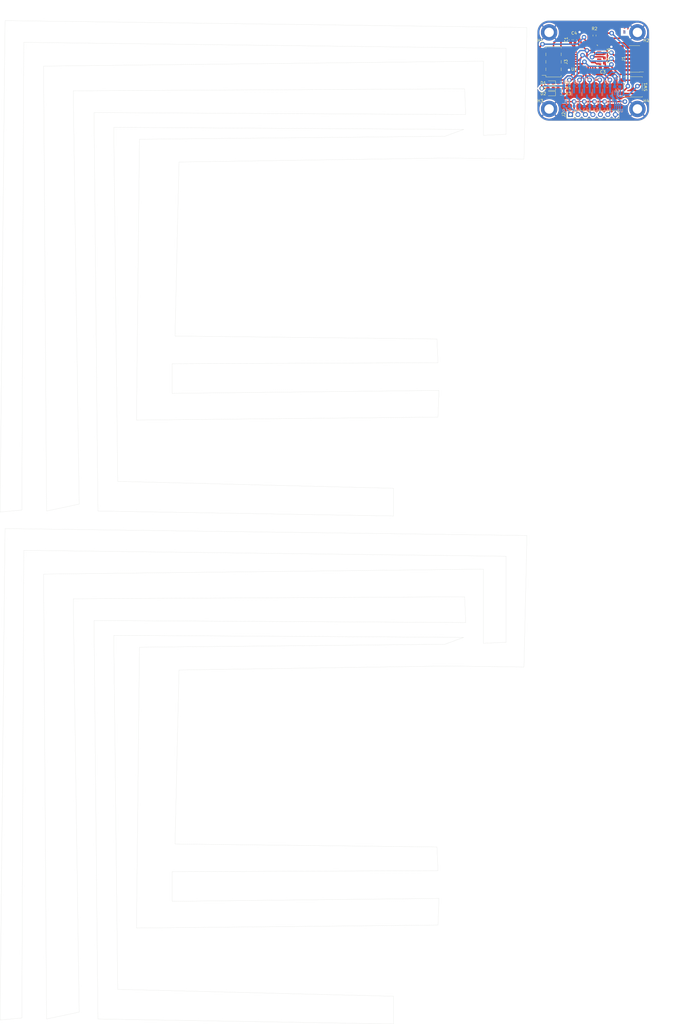
<source format=kicad_pcb>
(kicad_pcb (version 20221018) (generator pcbnew)
  (layers (0 "F.Cu" signal) (31 "B.Cu" signal) (34 "B.Paste" user) (35 "F.Paste" user) (36 "B.SilkS" user "B.Silkscreen") (37 "F.SilkS" user "F.Silkscreen") (38 "B.Mask" user) (39 "F.Mask" user) (44 "Edge.Cuts" user))
  (net 0 "")
  (net 1 "+5V-v2-")
  (net 2 "GND-v2-")
  (net 3 "+3.3V-v2-")
  (net 4 "Net-(D1-K)-v2-")
  (net 6 "Net-(D3-K)-v2-")
  (net 7 "Status_LED-v2-")
  (net 8 "Data_Clock_SNES-v2-")
  (net 9 "Data_Latch_SNES-v2-")
  (net 10 "Net-(D2-K)-v2-")
  (net 11 "Serial_Data1_SNES-v2-")
  (net 12 "Serial_Data2_SNES-v2-")
  (net 13 "SPI_Chip_Select-v2-")
  (net 14 "Chip_Enable-v2-")
  (net 15 "SPI_Digital_Input-v2-")
  (net 16 "SPI_Clock-v2-")
  (net 17 "SPI_Digital_Output-v2-")
  (net 18 "IOBit_SNES-v2-")
  (net 19 "Data_Clock_STM32-v2-")
  (net 20 "Data_Latch_STM32-v2-")
  (net 21 "Appairing_Btn-v2-")
  (net 22 "Net-(U2-BP)-v2-")
  (net 23 "SWDIO-v2-")
  (net 24 "SWDCK-v2-")
  (net 27 "NRST-v2-")
  (net 28 "USART2_RX-v2-")
  (net 29 "USART2_TX-v2-")
  (net 30 "Serial_Data1_STM32-v2-")
  (net 31 "IOBit_STM32-v2-")
  (net 32 "Serial_Data2_STM32-v2-")
  (footprint "Package_QFP:LQFP-32_7x7mm_P0.8mm" (layer "F.Cu") (at 200.6 13.15 180)
    (fp_text reference "U1")
    (fp_text value "STM32L412KBTx")
  )
  (footprint "MountingHole:MountingHole_3.2mm_M3_DIN965_Pad" (layer "F.Cu") (at 187.75 5.25)
    (fp_text reference "H1")
    (fp_text value "MountingHole_Pad")
  )
  (footprint "Connector_PinHeader_2.54mm:PinHeader_1x07_P2.54mm_Vertical" (layer "F.Cu") (at 195 33.15 90)
    (fp_text reference "J2")
    (fp_text value "Conn_01x07_Socket")
  )
  (footprint "Resistor_SMD:R_0603_1608Metric_Pad0.98x0.95mm_HandSolder" (layer "F.Cu") (at 191.76875 24.25)
    (fp_text reference "R4")
    (fp_text value "1k")
  )
  (footprint "Capacitor_SMD:C_0603_1608Metric_Pad1.08x0.95mm_HandSolder" (layer "F.Cu") (at 196.55 7.75 90)
    (fp_text reference "C4")
    (fp_text value "100n")
  )
  (footprint "Resistor_SMD:R_0603_1608Metric_Pad0.98x0.95mm_HandSolder" (layer "F.Cu") (at 191.76875 26.05)
    (fp_text reference "R3")
    (fp_text value "1k")
  )
  (footprint "MountingHole:MountingHole_3.2mm_M3_DIN965_Pad" (layer "F.Cu") (at 217.75 5.25)
    (fp_text reference "H2")
    (fp_text value "MountingHole_Pad")
  )
  (footprint "Button_Switch_SMD:SW_SPST_B3S-1000" (layer "F.Cu") (at 216.25 23.75 180)
    (fp_text reference "SW1")
    (fp_text value "SW_SPST")
  )
  (footprint "Diode_SMD:D_0603_1608Metric_Pad1.05x0.95mm_HandSolder" (layer "F.Cu") (at 188.26875 26.05 180)
    (fp_text reference "D2")
    (fp_text value "LED_Small")
  )
  (footprint "Capacitor_SMD:C_0603_1608Metric_Pad1.08x0.95mm_HandSolder" (layer "F.Cu") (at 195.05 7.75 90)
    (fp_text reference "C1")
    (fp_text value "10u")
  )
  (footprint "Resistor_SMD:R_0603_1608Metric_Pad0.98x0.95mm_HandSolder" (layer "F.Cu") (at 191.76875 22.45)
    (fp_text reference "R1")
    (fp_text value "1k")
  )
  (footprint "Diode_SMD:D_0603_1608Metric_Pad1.05x0.95mm_HandSolder" (layer "F.Cu") (at 188.26875 22.45 180)
    (fp_text reference "D1")
    (fp_text value "LED_Small")
  )
  (footprint "Connector_PinSocket_2.54mm:PinSocket_2x04_P2.54mm_Vertical_SMD" (layer "F.Cu") (at 189.25 15.25 180)
    (fp_text reference "J3")
    (fp_text value "Conn_01x08_Socket")
  )
  (footprint "Capacitor_SMD:C_0603_1608Metric_Pad1.08x0.95mm_HandSolder" (layer "F.Cu") (at 206.51 14.8025 90)
    (fp_text reference "C2")
    (fp_text value "100n")
  )
  (footprint "Diode_SMD:D_0603_1608Metric_Pad1.05x0.95mm_HandSolder" (layer "F.Cu") (at 188.26875 24.25 180)
    (fp_text reference "D3")
    (fp_text value "LED")
  )
  (footprint "Resistor_SMD:R_0603_1608Metric_Pad0.98x0.95mm_HandSolder" (layer "F.Cu") (at 203.17 6.32 90)
    (fp_text reference "R2")
    (fp_text value "10k")
  )
  (footprint "MountingHole:MountingHole_3.2mm_M3_DIN965_Pad" (layer "F.Cu") (at 217.75 31.25)
    (fp_text reference "H4")
    (fp_text value "MountingHole_Pad")
  )
  (footprint "Capacitor_SMD:C_0603_1608Metric_Pad1.08x0.95mm_HandSolder" (layer "F.Cu") (at 206.0025 17.19)
    (fp_text reference "C3")
    (fp_text value "100n")
  )
  (footprint "MountingHole:MountingHole_3.2mm_M3_DIN965_Pad" (layer "F.Cu") (at 187.75 31.25)
    (fp_text reference "H3")
    (fp_text value "MountingHole_Pad")
  )
  (footprint "Capacitor_SMD:C_0603_1608Metric_Pad1.08x0.95mm_HandSolder" (layer "F.Cu") (at 206.51 11.5 90)
    (fp_text reference "C5")
    (fp_text value "100n")
  )
  (footprint "Connector_PinHeader_1.27mm:PinHeader_2x07_P1.27mm_Vertical_SMD" (layer "F.Cu") (at 216.75 14.25 180)
    (fp_text reference "J1")
    (fp_text value "Conn_02x07_Odd_Even")
  )
  (footprint "Resistor_SMD:R_0603_1608Metric_Pad0.98x0.95mm_HandSolder" (layer "B.Cu") (at 193.7 30.35)
    (fp_text reference "R10")
    (fp_text value "10k")
  )
  (footprint "Resistor_SMD:R_0603_1608Metric_Pad0.98x0.95mm_HandSolder" (layer "B.Cu") (at 204.05 23.45)
    (fp_text reference "R8")
    (fp_text value "10k")
  )
  (footprint "Resistor_SMD:R_0603_1608Metric_Pad0.98x0.95mm_HandSolder" (layer "B.Cu") (at 207.5 23.45)
    (fp_text reference "R9")
    (fp_text value "10k")
  )
  (footprint "Package_TO_SOT_SMD:SOT-23" (layer "B.Cu") (at 200.6 26.15 -90)
    (fp_text reference "Q3")
    (fp_text value "2N7002")
  )
  (footprint "Capacitor_SMD:C_0603_1608Metric_Pad1.08x0.95mm_HandSolder" (layer "B.Cu") (at 210.9 22.2 180)
    (fp_text reference "C7")
    (fp_text value "2.2u")
  )
  (footprint "Resistor_SMD:R_0603_1608Metric_Pad0.98x0.95mm_HandSolder" (layer "B.Cu") (at 200.6 30.35)
    (fp_text reference "R12")
    (fp_text value "10k")
  )
  (footprint "Resistor_SMD:R_0603_1608Metric_Pad0.98x0.95mm_HandSolder" (layer "B.Cu") (at 197.15 30.35)
    (fp_text reference "R11")
    (fp_text value "10k")
  )
  (footprint "Resistor_SMD:R_0603_1608Metric_Pad0.98x0.95mm_HandSolder" (layer "B.Cu") (at 197.15 23.45)
    (fp_text reference "R6")
    (fp_text value "10k")
  )
  (footprint "Package_TO_SOT_SMD:SOT-23" (layer "B.Cu") (at 193.7 26.15 -90)
    (fp_text reference "Q1")
    (fp_text value "2N7002")
  )
  (footprint "Resistor_SMD:R_0603_1608Metric_Pad0.98x0.95mm_HandSolder" (layer "B.Cu") (at 207.5 30.35)
    (fp_text reference "R14")
    (fp_text value "10k")
  )
  (footprint "Package_SO:MSOP-8_3x3mm_P0.65mm" (layer "B.Cu") (at 211.0125 27.9 -90)
    (fp_text reference "U2")
    (fp_text value "MIC5219-3.3YMM")
  )
  (footprint "Package_TO_SOT_SMD:SOT-23" (layer "B.Cu") (at 197.15 26.15 -90)
    (fp_text reference "Q2")
    (fp_text value "2N7002")
  )
  (footprint "Capacitor_SMD:C_0603_1608Metric_Pad1.08x0.95mm_HandSolder" (layer "B.Cu") (at 210.9 23.7 180)
    (fp_text reference "C6")
    (fp_text value "470p")
  )
  (footprint "Package_TO_SOT_SMD:SOT-23" (layer "B.Cu") (at 204.05 26.15 -90)
    (fp_text reference "Q4")
    (fp_text value "2N7002")
  )
  (footprint "Resistor_SMD:R_0603_1608Metric_Pad0.98x0.95mm_HandSolder" (layer "B.Cu") (at 204.05 30.35)
    (fp_text reference "R13")
    (fp_text value "10k")
  )
  (footprint "Package_TO_SOT_SMD:SOT-23" (layer "B.Cu") (at 207.5 26.15 -90)
    (fp_text reference "Q5")
    (fp_text value "2N7002")
  )
  (footprint "Resistor_SMD:R_0603_1608Metric_Pad0.98x0.95mm_HandSolder" (layer "B.Cu") (at 200.6 23.45)
    (fp_text reference "R7")
    (fp_text value "10k")
  )
  (footprint "Resistor_SMD:R_0603_1608Metric_Pad0.98x0.95mm_HandSolder" (layer "B.Cu") (at 193.7 23.45)
    (fp_text reference "R5")
    (fp_text value "10k")
  )
  (gr_line (start 173.159937 10.64989) (end 173.159937 39.85989) (stroke (width 0.05)) (layer "Edge.Cuts"))
  (gr_line (start 17.039937 340.28989) (end 28.119937 337.93989) (stroke (width 0.05)) (layer "Edge.Cuts"))
  (gr_line (start 134.889937 160.06989) (end 41.209937 157.71989) (stroke (width 0.05)) (layer "Edge.Cuts"))
  (gr_line (start 150.329937 299.32989) (end 59.679937 300.32989) (stroke (width 0.05)) (layer "Edge.Cuts"))
  (gr_line (start 159.399937 33.14989) (end 33.149937 32.47989) (stroke (width 0.05)) (layer "Edge.Cuts"))
  (gr_line (start 183.75 31.25) (end 183.75 5.25) (stroke (width 0.1)) (layer "Edge.Cuts"))
  (gr_line (start 2.929937 173.74989) (end 1.249937 340.62989) (stroke (width 0.05)) (layer "Edge.Cuts"))
  (gr_line (start 28.119937 337.93989) (end 26.099937 197.58989) (stroke (width 0.05)) (layer "Edge.Cuts"))
  (gr_line (start 150.329937 126.82989) (end 59.679937 127.82989) (stroke (width 0.05)) (layer "Edge.Cuts"))
  (gr_line (start 16.029937 189.19989) (end 17.039937 340.28989) (stroke (width 0.05)) (layer "Edge.Cuts"))
  (gr_line (start 47.589937 309.39989) (end 149.999937 308.38989) (stroke (width 0.05)) (layer "Edge.Cuts"))
  (gr_arc (start 221.75 31.25) (mid 220.578427 34.078427) (end 217.75 35.25) (stroke (width 0.1)) (layer "Edge.Cuts"))
  (gr_line (start 8.639937 167.44989) (end 9.309937 8.63989) (stroke (width 0.05)) (layer "Edge.Cuts"))
  (gr_line (start 9.309937 181.13989) (end 173.159937 183.14989) (stroke (width 0.05)) (layer "Edge.Cuts"))
  (gr_line (start 187.75 1.25) (end 217.75 1.25) (stroke (width 0.1)) (layer "Edge.Cuts"))
  (gr_line (start 149.999937 135.88989) (end 150.329937 126.82989) (stroke (width 0.05)) (layer "Edge.Cuts"))
  (gr_line (start 1.249937 168.12989) (end 8.639937 167.44989) (stroke (width 0.05)) (layer "Edge.Cuts"))
  (gr_line (start 149.999937 117.42989) (end 149.659937 109.36989) (stroke (width 0.05)) (layer "Edge.Cuts"))
  (gr_line (start 16.029937 16.69989) (end 17.039937 167.78989) (stroke (width 0.05)) (layer "Edge.Cuts"))
  (gr_line (start 173.159937 183.14989) (end 173.159937 212.35989) (stroke (width 0.05)) (layer "Edge.Cuts"))
  (gr_line (start 134.889937 341.96989) (end 134.889937 332.56989) (stroke (width 0.05)) (layer "Edge.Cuts"))
  (gr_line (start 34.489937 340.28989) (end 134.889937 341.96989) (stroke (width 0.05)) (layer "Edge.Cuts"))
  (gr_line (start 28.119937 165.43989) (end 26.099937 25.08989) (stroke (width 0.05)) (layer "Edge.Cuts"))
  (gr_line (start 41.209937 330.21989) (end 39.869937 210.00989) (stroke (width 0.05)) (layer "Edge.Cuts"))
  (gr_line (start 59.679937 290.25989) (end 149.999937 289.92989) (stroke (width 0.05)) (layer "Edge.Cuts"))
  (gr_line (start 180.219937 3.59989) (end 2.929937 1.24989) (stroke (width 0.05)) (layer "Edge.Cuts"))
  (gr_line (start 33.149937 32.47989) (end 34.489937 167.78989) (stroke (width 0.05)) (layer "Edge.Cuts"))
  (gr_line (start 47.589937 136.89989) (end 149.999937 135.88989) (stroke (width 0.05)) (layer "Edge.Cuts"))
  (gr_line (start 159.399937 205.64989) (end 33.149937 204.97989) (stroke (width 0.05)) (layer "Edge.Cuts"))
  (gr_line (start 9.309937 8.63989) (end 173.159937 10.64989) (stroke (width 0.05)) (layer "Edge.Cuts"))
  (gr_line (start 217.75 35.25) (end 187.75 35.25) (stroke (width 0.1)) (layer "Edge.Cuts"))
  (gr_line (start 153.019937 47.91989) (end 179.209937 48.25989) (stroke (width 0.05)) (layer "Edge.Cuts"))
  (gr_line (start 48.599937 41.53989) (end 47.589937 136.89989) (stroke (width 0.05)) (layer "Edge.Cuts"))
  (gr_line (start 152.349937 40.53989) (end 48.599937 41.53989) (stroke (width 0.05)) (layer "Edge.Cuts"))
  (gr_line (start 165.439937 15.01989) (end 16.029937 16.69989) (stroke (width 0.05)) (layer "Edge.Cuts"))
  (gr_line (start 1.249937 340.62989) (end 8.639937 339.94989) (stroke (width 0.05)) (layer "Edge.Cuts"))
  (gr_line (start 62.029937 49.26989) (end 153.019937 47.91989) (stroke (width 0.05)) (layer "Edge.Cuts"))
  (gr_line (start 152.349937 213.03989) (end 48.599937 214.03989) (stroke (width 0.05)) (layer "Edge.Cuts"))
  (gr_line (start 59.679937 300.32989) (end 59.679937 290.25989) (stroke (width 0.05)) (layer "Edge.Cuts"))
  (gr_line (start 39.869937 210.00989) (end 158.729937 210.68989) (stroke (width 0.05)) (layer "Edge.Cuts"))
  (gr_arc (start 217.75 1.25) (mid 220.578427 2.421573) (end 221.75 5.25) (stroke (width 0.1)) (layer "Edge.Cuts"))
  (gr_line (start 159.059937 196.91989) (end 159.399937 205.64989) (stroke (width 0.05)) (layer "Edge.Cuts"))
  (gr_line (start 26.099937 25.08989) (end 159.059937 24.41989) (stroke (width 0.05)) (layer "Edge.Cuts"))
  (gr_line (start 149.999937 289.92989) (end 149.659937 281.86989) (stroke (width 0.05)) (layer "Edge.Cuts"))
  (gr_line (start 149.659937 109.36989) (end 60.679937 108.35989) (stroke (width 0.05)) (layer "Edge.Cuts"))
  (gr_line (start 48.599937 214.03989) (end 47.589937 309.39989) (stroke (width 0.05)) (layer "Edge.Cuts"))
  (gr_line (start 149.999937 308.38989) (end 150.329937 299.32989) (stroke (width 0.05)) (layer "Edge.Cuts"))
  (gr_line (start 158.729937 38.18989) (end 152.349937 40.53989) (stroke (width 0.05)) (layer "Edge.Cuts"))
  (gr_line (start 221.75 5.25) (end 221.75 31.25) (stroke (width 0.1)) (layer "Edge.Cuts"))
  (gr_line (start 2.929937 1.24989) (end 1.249937 168.12989) (stroke (width 0.05)) (layer "Edge.Cuts"))
  (gr_line (start 173.159937 212.35989) (end 165.439937 212.69989) (stroke (width 0.05)) (layer "Edge.Cuts"))
  (gr_line (start 60.679937 108.35989) (end 62.029937 49.26989) (stroke (width 0.05)) (layer "Edge.Cuts"))
  (gr_line (start 33.149937 204.97989) (end 34.489937 340.28989) (stroke (width 0.05)) (layer "Edge.Cuts"))
  (gr_line (start 34.489937 167.78989) (end 134.889937 169.46989) (stroke (width 0.05)) (layer "Edge.Cuts"))
  (gr_line (start 59.679937 127.82989) (end 59.679937 117.75989) (stroke (width 0.05)) (layer "Edge.Cuts"))
  (gr_line (start 165.439937 212.69989) (end 165.439937 187.51989) (stroke (width 0.05)) (layer "Edge.Cuts"))
  (gr_line (start 134.889937 169.46989) (end 134.889937 160.06989) (stroke (width 0.05)) (layer "Edge.Cuts"))
  (gr_line (start 134.889937 332.56989) (end 41.209937 330.21989) (stroke (width 0.05)) (layer "Edge.Cuts"))
  (gr_line (start 59.679937 117.75989) (end 149.999937 117.42989) (stroke (width 0.05)) (layer "Edge.Cuts"))
  (gr_line (start 165.439937 187.51989) (end 16.029937 189.19989) (stroke (width 0.05)) (layer "Edge.Cuts"))
  (gr_line (start 26.099937 197.58989) (end 159.059937 196.91989) (stroke (width 0.05)) (layer "Edge.Cuts"))
  (gr_line (start 179.209937 48.25989) (end 180.219937 3.59989) (stroke (width 0.05)) (layer "Edge.Cuts"))
  (gr_line (start 180.219937 176.09989) (end 2.929937 173.74989) (stroke (width 0.05)) (layer "Edge.Cuts"))
  (gr_line (start 41.209937 157.71989) (end 39.869937 37.50989) (stroke (width 0.05)) (layer "Edge.Cuts"))
  (gr_line (start 159.059937 24.41989) (end 159.399937 33.14989) (stroke (width 0.05)) (layer "Edge.Cuts"))
  (gr_line (start 60.679937 280.85989) (end 62.029937 221.76989) (stroke (width 0.05)) (layer "Edge.Cuts"))
  (gr_line (start 149.659937 281.86989) (end 60.679937 280.85989) (stroke (width 0.05)) (layer "Edge.Cuts"))
  (gr_line (start 62.029937 221.76989) (end 153.019937 220.41989) (stroke (width 0.05)) (layer "Edge.Cuts"))
  (gr_line (start 153.019937 220.41989) (end 179.209937 220.75989) (stroke (width 0.05)) (layer "Edge.Cuts"))
  (gr_line (start 17.039937 167.78989) (end 28.119937 165.43989) (stroke (width 0.05)) (layer "Edge.Cuts"))
  (gr_line (start 173.159937 39.85989) (end 165.439937 40.19989) (stroke (width 0.05)) (layer "Edge.Cuts"))
  (gr_arc (start 183.75 5.25) (mid 184.921573 2.421573) (end 187.75 1.25) (stroke (width 0.1)) (layer "Edge.Cuts"))
  (gr_line (start 179.209937 220.75989) (end 180.219937 176.09989) (stroke (width 0.05)) (layer "Edge.Cuts"))
  (gr_line (start 39.869937 37.50989) (end 158.729937 38.18989) (stroke (width 0.05)) (layer "Edge.Cuts"))
  (gr_line (start 165.439937 40.19989) (end 165.439937 15.01989) (stroke (width 0.05)) (layer "Edge.Cuts"))
  (gr_line (start 8.639937 339.94989) (end 9.309937 181.13989) (stroke (width 0.05)) (layer "Edge.Cuts"))
  (gr_line (start 158.729937 210.68989) (end 152.349937 213.03989) (stroke (width 0.05)) (layer "Edge.Cuts"))
  (gr_arc (start 187.75 35.25) (mid 184.921573 34.078427) (end 183.75 31.25) (stroke (width 0.1)) (layer "Edge.Cuts"))
  (gr_text "T" (at 212.75 5.75) (layer "F.Cu") (effects (font (size 1 1)) (justify left bottom)))
  (gr_text "SNES Plug" (at 205.75 3.75) (layer "F.Cu") (effects (font (size 1 1)) (justify left bottom)))
  (gr_text "B" (at 212.75 5.75) (layer "B.Cu") (effects (font (size 1 1)) (justify left bottom)))
  (segment (start 191.5 28.75) (end 196.2375 28.75) (width 0.5) (layer "F.Cu") (net 1))
  (segment (start 187.39375 26.05) (end 187.39375 26.084561) (width 0.5) (layer "F.Cu") (net 1))
  (segment (start 206.5875 28.75) (end 213.5 28.75) (width 0.5) (layer "F.Cu") (net 1))
  (segment (start 196.2375 28.75) (end 196.2375 31.9125) (width 0.5) (layer "F.Cu") (net 1))
  (segment (start 203.1375 28.75) (end 199.6875 28.75) (width 0.5) (layer "F.Cu") (net 1))
  (segment (start 190.25 27.5) (end 191.5 28.75) (width 0.5) (layer "F.Cu") (net 1))
  (segment (start 187.39375 26.084561) (end 188.809189 27.5) (width 0.5) (layer "F.Cu") (net 1))
  (segment (start 196.2375 31.9125) (end 195 33.15) (width 0.5) (layer "F.Cu") (net 1))
  (segment (start 203.1375 28.75) (end 206.5875 28.75) (width 0.5) (layer "F.Cu") (net 1))
  (segment (start 188.809189 27.5) (end 190.25 27.5) (width 0.5) (layer "F.Cu") (net 1))
  (segment (start 196.2375 28.75) (end 199.6875 28.75) (width 0.3) (layer "F.Cu") (net 1))
  (via (at 203.1375 28.75) (size 1.6) (drill 0.8) (layers "F.Cu" "B.Cu") (net 1))
  (via (at 213.5 28.75) (size 1.6) (drill 0.8) (layers "F.Cu" "B.Cu") (net 1))
  (via (at 199.6875 28.75) (size 1.6) (drill 0.8) (layers "F.Cu" "B.Cu") (net 1))
  (via (at 206.5875 28.75) (size 1.6) (drill 0.8) (layers "F.Cu" "B.Cu") (net 1))
  (via (at 196.2375 28.75) (size 1.6) (drill 0.8) (layers "F.Cu" "B.Cu") (net 1))
  (segment (start 213.5 28.75) (end 213.4 28.65) (width 0.5) (layer "B.Cu") (net 1))
  (segment (start 213.4 28.65) (end 212.106739 28.65) (width 0.5) (layer "B.Cu") (net 1))
  (segment (start 196.2375 30.35) (end 196.2375 28.75) (width 0.5) (layer "B.Cu") (net 1))
  (segment (start 212.106739 28.65) (end 210.6875 27.230761) (width 0.5) (layer "B.Cu") (net 1))
  (segment (start 210.6875 25.7875) (end 210.6875 27.230761) (width 0.3) (layer "B.Cu") (net 1))
  (segment (start 203.1375 28.75) (end 203.1375 30.35) (width 0.5) (layer "B.Cu") (net 1))
  (segment (start 195 32.5625) (end 192.7875 30.35) (width 0.5) (layer "B.Cu") (net 1))
  (segment (start 199.6875 28.75) (end 199.6875 30.35) (width 0.5) (layer "B.Cu") (net 1))
  (segment (start 206.5875 28.75) (end 206.5875 30.35) (width 0.5) (layer "B.Cu") (net 1))
  (segment (start 195 33.15) (end 195 32.5625) (width 0.5) (layer "B.Cu") (net 1))
  (segment (start 206.51 15.591193) (end 207.535 14.566193) (width 0.5) (layer "F.Cu") (net 2))
  (segment (start 207.535 14.566193) (end 207.535 11.6625) (width 0.5) (layer "F.Cu") (net 2))
  (segment (start 208.899189 10.15) (end 208.411689 10.6375) (width 0.5) (layer "F.Cu") (net 2))
  (segment (start 208.411689 10.6375) (end 206.51 10.6375) (width 0.5) (layer "F.Cu") (net 2))
  (segment (start 206.865 17.19) (end 206.865 16.02) (width 0.5) (layer "F.Cu") (net 2))
  (segment (start 193.44 19.06) (end 191.77 19.06) (width 0.5) (layer "F.Cu") (net 2))
  (segment (start 194.5 18) (end 193.44 19.06) (width 0.5) (layer "F.Cu") (net 2))
  (segment (start 195.05 6.8875) (end 196.55 6.8875) (width 0.5) (layer "F.Cu") (net 2))
  (segment (start 206.51 15.665) (end 206.51 15.591193) (width 0.5) (layer "F.Cu") (net 2))
  (segment (start 198.1 5.15) (end 197.8 5.45) (width 0.5) (layer "F.Cu") (net 2))
  (segment (start 206.865 16.02) (end 206.51 15.665) (width 0.5) (layer "F.Cu") (net 2))
  (segment (start 205.84 18.215) (end 206.865 17.19) (width 0.5) (layer "F.Cu") (net 2))
  (segment (start 207.535 11.6625) (end 206.51 10.6375) (width 0.5) (layer "F.Cu") (net 2))
  (segment (start 197.8 5.45) (end 197.8 8.975) (width 0.5) (layer "F.Cu") (net 2))
  (segment (start 196.55 6.7) (end 198.1 5.15) (width 0.5) (layer "F.Cu") (net 2))
  (segment (start 196.55 6.8875) (end 196.55 6.7) (width 0.5) (layer "F.Cu") (net 2))
  (segment (start 203.4 17.325) (end 204.29 18.215) (width 0.5) (layer "F.Cu") (net 2))
  (segment (start 204.29 18.215) (end 205.84 18.215) (width 0.5) (layer "F.Cu") (net 2))
  (via (at 208.899189 10.15) (size 1.6) (drill 0.8) (layers "F.Cu" "B.Cu") (net 2))
  (via (at 210.0375 20.15) (size 1.6) (drill 0.8) (layers "F.Cu" "B.Cu") (net 2))
  (via (at 198.1 5.15) (size 1.6) (drill 0.8) (layers "F.Cu" "B.Cu") (net 2))
  (via (at 194.5 18) (size 1.6) (drill 0.8) (layers "F.Cu" "B.Cu") (net 2))
  (segment (start 206.15 10.15) (end 201.15 5.15) (width 0.5) (layer "B.Cu") (net 2))
  (segment (start 210.0375 22.2) (end 210.0375 20.15) (width 0.5) (layer "B.Cu") (net 2))
  (segment (start 208.899189 10.15) (end 206.15 10.15) (width 0.5) (layer "B.Cu") (net 2))
  (segment (start 210.0375 22.2) (end 210.0375 23.7) (width 0.5) (layer "B.Cu") (net 2))
  (segment (start 210.0375 20.1875) (end 210 20.15) (width 0.5) (layer "B.Cu") (net 2))
  (segment (start 201.15 5.15) (end 198.1 5.15) (width 0.5) (layer "B.Cu") (net 2))
  (segment (start 220.75 20.975) (end 220.75 17.14) (width 0.5) (layer "F.Cu") (net 3))
  (segment (start 200.6 11.4) (end 199.55 10.35) (width 0.5) (layer "F.Cu") (net 3))
  (segment (start 206.1225 12.75) (end 204.775 12.75) (width 0.5) (layer "F.Cu") (net 3))
  (segment (start 203.420406 15.5) (end 202.290811 15.5) (width 0.5) (layer "F.Cu") (net 3))
  (segment (start 220.4 16.79) (end 220.75 17.14) (width 0.5) (layer "F.Cu") (net 3))
  (segment (start 205.14 16.315) (end 204.775 15.95) (width 0.5) (layer "F.Cu") (net 3))
  (segment (start 195.05 8.6125) (end 195.05 8.975) (width 0.5) (layer "F.Cu") (net 3))
  (segment (start 203.75 12.75) (end 202.4 11.4) (width 0.5) (layer "F.Cu") (net 3))
  (segment (start 206.51 12.3625) (end 206.1225 12.75) (width 0.5) (layer "F.Cu") (net 3))
  (segment (start 202.4 11.4) (end 200.6 11.4) (width 0.5) (layer "F.Cu") (net 3))
  (segment (start 205.14 17.19) (end 205.14 16.315) (width 0.5) (layer "F.Cu") (net 3))
  (segment (start 203.870406 15.95) (end 203.420406 15.5) (width 0.5) (layer "F.Cu") (net 3))
  (segment (start 218.7 16.79) (end 220.4 16.79) (width 0.5) (layer "F.Cu") (net 3))
  (segment (start 204.775 15.95) (end 203.870406 15.95) (width 0.5) (layer "F.Cu") (net 3))
  (segment (start 200.6 13.809189) (end 200.6 11.4) (width 0.5) (layer "F.Cu") (net 3))
  (segment (start 220.225 21.5) (end 220.75 20.975) (width 0.5) (layer "F.Cu") (net 3))
  (segment (start 217.75 23.5) (end 218.225 23.5) (width 0.5) (layer "F.Cu") (net 3))
  (segment (start 218.225 23.5) (end 220.225 21.5) (width 0.5) (layer "F.Cu") (net 3))
  (segment (start 196.425 10.35) (end 196.425 8.7375) (width 0.5) (layer "F.Cu") (net 3))
  (segment (start 196.425 8.7375) (end 196.55 8.6125) (width 0.5) (layer "F.Cu") (net 3))
  (segment (start 212.275 21.5) (end 220.225 21.5) (width 0.5) (layer "F.Cu") (net 3))
  (segment (start 187.39375 24.25) (end 185.25 24.25) (width 0.5) (layer "F.Cu") (net 3))
  (segment (start 202.290811 15.5) (end 200.6 13.809189) (width 0.5) (layer "F.Cu") (net 3))
  (segment (start 185.25 24.25) (end 185.25 20.54) (width 0.5) (layer "F.Cu") (net 3))
  (segment (start 195.05 8.975) (end 196.425 10.35) (width 0.5) (layer "F.Cu") (net 3))
  (segment (start 185.25 20.54) (end 186.73 19.06) (width 0.5) (layer "F.Cu") (net 3))
  (segment (start 199.55 10.35) (end 196.425 10.35) (width 0.5) (layer "F.Cu") (net 3))
  (segment (start 204.775 12.75) (end 203.75 12.75) (width 0.5) (layer "F.Cu") (net 3))
  (via (at 185.25 24.25) (size 1.6) (drill 0.8) (layers "F.Cu" "B.Cu") (net 3))
  (via (at 200.6 11.4) (size 1.6) (drill 0.8) (layers "F.Cu" "B.Cu") (net 3))
  (via (at 217.75 23.5) (size 1.6) (drill 0.8) (layers "F.Cu" "B.Cu") (net 3))
  (segment (start 198.35 11.4) (end 197.303311 12.446689) (width 0.5) (layer "B.Cu") (net 3))
  (segment (start 195.171689 20.05) (end 196.2375 21.115811) (width 0.5) (layer "B.Cu") (net 3))
  (segment (start 213 26.506739) (end 212.356739 27.15) (width 0.5) (layer "B.Cu") (net 3))
  (segment (start 200.753311 20.05) (end 202.071689 20.05) (width 0.5) (layer "B.Cu") (net 3))
  (segment (start 186.05 23.45) (end 192.7875 23.45) (width 0.5) (layer "B.Cu") (net 3))
  (segment (start 196.2375 21.115811) (end 196.2375 23.45) (width 0.5) (layer "B.Cu") (net 3))
  (segment (start 206.5875 21.115811) (end 205.521689 20.05) (width 0.5) (layer "B.Cu") (net 3))
  (segment (start 192.75 25.2125) (end 192.75 23.4875) (width 0.5) (layer "B.Cu") (net 3))
  (segment (start 206.55 23.4875) (end 206.5875 23.45) (width 0.5) (layer "B.Cu") (net 3))
  (segment (start 213 22.75) (end 212.45 22.2) (width 0.5) (layer "B.Cu") (net 3))
  (segment (start 212.45 22.2) (end 211.7625 22.2) (width 0.5) (layer "B.Cu") (net 3))
  (segment (start 199.6875 23.45) (end 199.6875 21.115811) (width 0.5) (layer "B.Cu") (net 3))
  (segment (start 199.65 25.2125) (end 199.65 23.4875) (width 0.5) (layer "B.Cu") (net 3))
  (segment (start 213 26.506739) (end 213 22.75) (width 0.5) (layer "B.Cu") (net 3))
  (segment (start 210.596689 18.8) (end 208.903311 18.8) (width 0.5) (layer "B.Cu") (net 3))
  (segment (start 199.6875 21.115811) (end 200.753311 20.05) (width 0.5) (layer "B.Cu") (net 3))
  (segment (start 203.1375 21.115811) (end 203.1375 23.45) (width 0.5) (layer "B.Cu") (net 3))
  (segment (start 197.303311 20.05) (end 196.2375 21.115811) (width 0.5) (layer "B.Cu") (net 3))
  (segment (start 192.7875 23.45) (end 192.7875 21.315811) (width 0.5) (layer "B.Cu") (net 3))
  (segment (start 212.356739 27.15) (end 211.759683 27.15) (width 0.5) (layer "B.Cu") (net 3))
  (segment (start 211.3375 26.727817) (end 211.759683 27.15) (width 0.3) (layer "B.Cu") (net 3))
  (segment (start 203.1 23.4875) (end 203.1375 23.45) (width 0.5) (layer "B.Cu") (net 3))
  (segment (start 211.7625 19.965811) (end 210.596689 18.8) (width 0.5) (layer "B.Cu") (net 3))
  (segment (start 192.75 23.4875) (end 192.7875 23.45) (width 0.5) (layer "B.Cu") (net 3))
  (segment (start 197.303311 12.446689) (end 197.303311 20.05) (width 0.5) (layer "B.Cu") (net 3))
  (segment (start 206.5875 23.45) (end 206.5875 21.115811) (width 0.5) (layer "B.Cu") (net 3))
  (segment (start 208.903311 18.8) (end 206.5875 21.115811) (width 0.5) (layer "B.Cu") (net 3))
  (segment (start 205.521689 20.05) (end 204.203311 20.05) (width 0.5) (layer "B.Cu") (net 3))
  (segment (start 211.3375 25.7875) (end 211.3375 26.727817) (width 0.3) (layer "B.Cu") (net 3))
  (segment (start 203.1 25.2125) (end 203.1 23.4875) (width 0.5) (layer "B.Cu") (net 3))
  (segment (start 198.621689 20.05) (end 197.303311 20.05) (width 0.5) (layer "B.Cu") (net 3))
  (segment (start 211.7625 22.2) (end 211.7625 19.965811) (width 0.5) (layer "B.Cu") (net 3))
  (segment (start 202.071689 20.05) (end 203.1375 21.115811) (width 0.5) (layer "B.Cu") (net 3))
  (segment (start 214.743261 26.506739) (end 217.75 23.5) (width 0.5) (layer "B.Cu") (net 3))
  (segment (start 204.203311 20.05) (end 203.1375 21.115811) (width 0.5) (layer "B.Cu") (net 3))
  (segment (start 214.743261 26.506739) (end 213 26.506739) (width 0.5) (layer "B.Cu") (net 3))
  (segment (start 196.2 25.2125) (end 196.2 23.4875) (width 0.5) (layer "B.Cu") (net 3))
  (segment (start 196.2 23.4875) (end 196.2375 23.45) (width 0.5) (layer "B.Cu") (net 3))
  (segment (start 185.25 24.25) (end 186.05 23.45) (width 0.5) (layer "B.Cu") (net 3))
  (segment (start 199.65 23.4875) (end 199.6875 23.45) (width 0.5) (layer "B.Cu") (net 3))
  (segment (start 199.6875 21.115811) (end 198.621689 20.05) (width 0.5) (layer "B.Cu") (net 3))
  (segment (start 194.053311 20.05) (end 195.171689 20.05) (width 0.5) (layer "B.Cu") (net 3))
  (segment (start 200.6 11.4) (end 198.35 11.4) (width 0.5) (layer "B.Cu") (net 3))
  (segment (start 192.7875 21.315811) (end 194.053311 20.05) (width 0.5) (layer "B.Cu") (net 3))
  (segment (start 206.55 25.2125) (end 206.55 23.4875) (width 0.5) (layer "B.Cu") (net 3))
  (segment (start 190.85625 22.45) (end 189.14375 22.45) (width 0.5) (layer "F.Cu") (net 4))
  (segment (start 190.85625 24.25) (end 189.14375 24.25) (width 0.5) (layer "F.Cu") (net 6))
  (segment (start 194 20) (end 195.125 20) (width 0.5) (layer "F.Cu") (net 7))
  (segment (start 188.41875 21.425) (end 192.575 21.425) (width 0.5) (layer "F.Cu") (net 7))
  (segment (start 192.575 21.425) (end 194 20) (width 0.5) (layer "F.Cu") (net 7))
  (segment (start 195.125 20) (end 197.8 17.325) (width 0.5) (layer "F.Cu") (net 7))
  (segment (start 187.39375 22.45) (end 188.41875 21.425) (width 0.5) (layer "F.Cu") (net 7))
  (segment (start 194.6125 28) (end 193.7 27.0875) (width 0.5) (layer "B.Cu") (net 8))
  (segment (start 196.75 31.75) (end 196.0125 31.75) (width 0.5) (layer "B.Cu") (net 8))
  (segment (start 197.54 33.15) (end 197.54 32.54) (width 0.5) (layer "B.Cu") (net 8))
  (segment (start 197.54 32.54) (end 196.75 31.75) (width 0.5) (layer "B.Cu") (net 8))
  (segment (start 196.0125 31.75) (end 194.6125 30.35) (width 0.5) (layer "B.Cu") (net 8))
  (segment (start 194.6125 30.35) (end 194.6125 28) (width 0.5) (layer "B.Cu") (net 8))
  (segment (start 198.0625 30.35) (end 198.0625 28) (width 0.5) (layer "B.Cu") (net 9))
  (segment (start 198.0625 31.2125) (end 200 33.15) (width 0.5) (layer "B.Cu") (net 9))
  (segment (start 198.0625 30.35) (end 198.0625 31.2125) (width 0.5) (layer "B.Cu") (net 9))
  (segment (start 198.0625 28) (end 197.15 27.0875) (width 0.5) (layer "B.Cu") (net 9))
  (segment (start 189.14375 26.05) (end 190.85625 26.05) (width 0.5) (layer "F.Cu") (net 10))
  (segment (start 201.5125 30.35) (end 201.5125 32.1625) (width 0.5) (layer "B.Cu") (net 11))
  (segment (start 201.5125 32.1625) (end 202.5 33.15) (width 0.5) (layer "B.Cu") (net 11))
  (segment (start 201.5125 30.35) (end 201.5125 28) (width 0.5) (layer "B.Cu") (net 11))
  (segment (start 201.5125 28) (end 200.6 27.0875) (width 0.5) (layer "B.Cu") (net 11))
  (segment (start 204.9625 30.35) (end 204.9625 28) (width 0.5) (layer "B.Cu") (net 12))
  (segment (start 204.9625 33.1125) (end 205 33.15) (width 0.5) (layer "B.Cu") (net 12))
  (segment (start 204.9625 30.35) (end 204.9625 33.1125) (width 0.5) (layer "B.Cu") (net 12))
  (segment (start 204.9625 28) (end 204.05 27.0875) (width 0.5) (layer "B.Cu") (net 12))
  (segment (start 193.5 15.25) (end 188 15.25) (width 0.5) (layer "F.Cu") (net 13))
  (segment (start 194 14.75) (end 193.5 15.25) (width 0.5) (layer "F.Cu") (net 13))
  (segment (start 196.425 11.15) (end 194.85 11.15) (width 0.5) (layer "F.Cu") (net 13))
  (segment (start 188 15.25) (end 186.73 16.52) (width 0.5) (layer "F.Cu") (net 13))
  (segment (start 194 12) (end 194 14.75) (width 0.5) (layer "F.Cu") (net 13))
  (segment (start 194.85 11.15) (end 194 12) (width 0.5) (layer "F.Cu") (net 13))
  (segment (start 194.23 16.52) (end 195.125 15.625) (width 0.5) (layer "F.Cu") (net 14))
  (segment (start 195.125 12.345406) (end 195.520406 11.95) (width 0.5) (layer "F.Cu") (net 14))
  (segment (start 191.77 16.52) (end 194.23 16.52) (width 0.5) (layer "F.Cu") (net 14))
  (segment (start 195.125 15.625) (end 195.125 12.345406) (width 0.5) (layer "F.Cu") (net 14))
  (segment (start 195.520406 11.95) (end 196.425 11.95) (width 0.5) (layer "F.Cu") (net 14))
  (segment (start 198.8 3.8) (end 201 6) (width 0.5) (layer "F.Cu") (net 15))
  (segment (start 201 6) (end 201 8.975) (width 0.5) (layer "F.Cu") (net 15))
  (segment (start 191.77 8.516307) (end 196.486307 3.8) (width 0.5) (layer "F.Cu") (net 15))
  (segment (start 196.486307 3.8) (end 198.8 3.8) (width 0.5) (layer "F.Cu") (net 15))
  (segment (start 191.77 11.44) (end 191.77 8.516307) (width 0.5) (layer "F.Cu") (net 15))
  (segment (start 201.8 4.55) (end 201.8 8.975) (width 0.5) (layer "F.Cu") (net 16))
  (segment (start 195.75 2.5) (end 199.75 2.5) (width 0.5) (layer "F.Cu") (net 16))
  (segment (start 189.25 12.46) (end 189.25 9) (width 0.5) (layer "F.Cu") (net 16))
  (segment (start 199.75 2.5) (end 201.8 4.55) (width 0.5) (layer "F.Cu") (net 16))
  (segment (start 191.77 13.98) (end 190.77 13.98) (width 0.5) (layer "F.Cu") (net 16))
  (segment (start 190.77 13.98) (end 189.25 12.46) (width 0.5) (layer "F.Cu") (net 16))
  (segment (start 189.25 9) (end 195.75 2.5) (width 0.5) (layer "F.Cu") (net 16))
  (segment (start 184.68 10.07) (end 185.5 9.25) (width 0.5) (layer "F.Cu") (net 17))
  (segment (start 200.2 8.070406) (end 200.2 8.975) (width 0.5) (layer "F.Cu") (net 17))
  (segment (start 199.6 6.9) (end 199.6 7.470406) (width 0.5) (layer "F.Cu") (net 17))
  (segment (start 184.68 12.93) (end 184.68 10.07) (width 0.5) (layer "F.Cu") (net 17))
  (segment (start 186.73 13.98) (end 185.73 13.98) (width 0.5) (layer "F.Cu") (net 17))
  (segment (start 185.73 13.98) (end 184.68 12.93) (width 0.5) (layer "F.Cu") (net 17))
  (segment (start 199.6 7.470406) (end 200.2 8.070406) (width 0.5) (layer "F.Cu") (net 17))
  (via (at 199.6 6.9) (size 1.6) (drill 0.8) (layers "F.Cu" "B.Cu") (net 17))
  (via (at 185.5 9.25) (size 1.6) (drill 0.8) (layers "F.Cu" "B.Cu") (net 17))
  (segment (start 197.25 9.25) (end 199.6 6.9) (width 0.5) (layer "B.Cu") (net 17))
  (segment (start 185.5 9.25) (end 197.25 9.25) (width 0.5) (layer "B.Cu") (net 17))
  (segment (start 208.4125 30.35) (end 208.4125 32.2375) (width 0.5) (layer "B.Cu") (net 18))
  (segment (start 208.4125 32.2375) (end 207.5 33.15) (width 0.5) (layer "B.Cu") (net 18))
  (segment (start 208.4125 28) (end 207.5 27.0875) (width 0.5) (layer "B.Cu") (net 18))
  (segment (start 208.4125 30.35) (end 208.4125 28) (width 0.5) (layer "B.Cu") (net 18))
  (segment (start 198.6 18.229594) (end 198.6 17.325) (width 0.5) (layer "F.Cu") (net 19))
  (segment (start 194.6125 21.4) (end 195.429594 21.4) (width 0.5) (layer "F.Cu") (net 19))
  (segment (start 195.429594 21.4) (end 198.6 18.229594) (width 0.5) (layer "F.Cu") (net 19))
  (via (at 194.6125 21.4) (size 1.6) (drill 0.8) (layers "F.Cu" "B.Cu") (net 19))
  (segment (start 194.6125 23.45) (end 194.6125 21.4) (width 0.5) (layer "B.Cu") (net 19))
  (segment (start 194.65 23.4875) (end 194.6125 23.45) (width 0.5) (layer "B.Cu") (net 19))
  (segment (start 194.65 25.2125) (end 194.65 23.4875) (width 0.5) (layer "B.Cu") (net 19))
  (segment (start 199.4 20.0625) (end 199.4 17.325) (width 0.5) (layer "F.Cu") (net 20))
  (segment (start 198.0625 21.4) (end 199.4 20.0625) (width 0.5) (layer "F.Cu") (net 20))
  (via (at 198.0625 21.4) (size 1.6) (drill 0.8) (layers "F.Cu" "B.Cu") (net 20))
  (segment (start 198.0625 23.45) (end 198.0625 21.4) (width 0.5) (layer "B.Cu") (net 20))
  (segment (start 198.1 23.4875) (end 198.0625 23.45) (width 0.5) (layer "B.Cu") (net 20))
  (segment (start 198.1 25.2125) (end 198.1 23.4875) (width 0.5) (layer "B.Cu") (net 20))
  (segment (start 202.6 8.975) (end 202.6 7.8025) (width 0.5) (layer "F.Cu") (net 21))
  (segment (start 204.9025 5.5) (end 203.17 7.2325) (width 0.5) (layer "F.Cu") (net 21))
  (segment (start 214.5 23.5) (end 214.5 23.75) (width 0.5) (layer "F.Cu") (net 21))
  (segment (start 214.5 23.75) (end 212.275 25.975) (width 0.5) (layer "F.Cu") (net 21))
  (segment (start 220.225 26) (end 212.275 26) (width 0.5) (layer "F.Cu") (net 21))
  (segment (start 202.6 7.8025) (end 203.17 7.2325) (width 0.5) (layer "F.Cu") (net 21))
  (segment (start 209 5.5) (end 204.9025 5.5) (width 0.5) (layer "F.Cu") (net 21))
  (segment (start 212.275 25.975) (end 212.275 26) (width 0.5) (layer "F.Cu") (net 21))
  (via (at 209 5.5) (size 1.6) (drill 0.8) (layers "F.Cu" "B.Cu") (net 21))
  (via (at 214.5 23.5) (size 1.6) (drill 0.8) (layers "F.Cu" "B.Cu") (net 21))
  (segment (start 214.5 11) (end 209 5.5) (width 0.5) (layer "B.Cu") (net 21))
  (segment (start 214.5 23.5) (end 214.5 11) (width 0.5) (layer "B.Cu") (net 21))
  (segment (start 211.9875 25.7875) (end 211.9875 23.925) (width 0.3) (layer "B.Cu") (net 22))
  (segment (start 211.9875 23.925) (end 211.7625 23.7) (width 0.3) (layer "B.Cu") (net 22))
  (segment (start 197.329594 15.15) (end 199.1 13.379594) (width 0.5) (layer "F.Cu") (net 23))
  (segment (start 196.425 15.15) (end 197.329594 15.15) (width 0.5) (layer "F.Cu") (net 23))
  (segment (start 212.809189 18.06) (end 208.899189 14.15) (width 0.5) (layer "F.Cu") (net 23))
  (segment (start 214.8 18.06) (end 212.809189 18.06) (width 0.5) (layer "F.Cu") (net 23))
  (segment (start 199.1 13.379594) (end 199.1 13) (width 0.5) (layer "F.Cu") (net 23))
  (via (at 199.1 13) (size 1.6) (drill 0.8) (layers "F.Cu" "B.Cu") (net 23))
  (via (at 208.899189 14.15) (size 1.6) (drill 0.8) (layers "F.Cu" "B.Cu") (net 23))
  (segment (start 208.049189 15) (end 208.899189 14.15) (width 0.5) (layer "B.Cu") (net 23))
  (segment (start 199.1 13) (end 199.75 13) (width 0.5) (layer "B.Cu") (net 23))
  (segment (start 201.75 15) (end 208.049189 15) (width 0.5) (layer "B.Cu") (net 23))
  (segment (start 199.75 13) (end 201.75 15) (width 0.5) (layer "B.Cu") (net 23))
  (segment (start 199.05 15.95) (end 196.425 15.95) (width 0.5) (layer "F.Cu") (net 24))
  (segment (start 208.899189 16.899189) (end 208.899189 16.15) (width 0.5) (layer "F.Cu") (net 24))
  (segment (start 211.5 19.5) (end 208.899189 16.899189) (width 0.5) (layer "F.Cu") (net 24))
  (segment (start 218.7 18.06) (end 217.87 18.06) (width 0.5) (layer "F.Cu") (net 24))
  (segment (start 217.87 18.06) (end 216.43 19.5) (width 0.5) (layer "F.Cu") (net 24))
  (segment (start 216.43 19.5) (end 211.5 19.5) (width 0.5) (layer "F.Cu") (net 24))
  (segment (start 199.75 15.25) (end 199.05 15.95) (width 0.5) (layer "F.Cu") (net 24))
  (via (at 208.899189 16.15) (size 1.6) (drill 0.8) (layers "F.Cu" "B.Cu") (net 24))
  (via (at 199.75 15.25) (size 1.6) (drill 0.8) (layers "F.Cu" "B.Cu") (net 24))
  (segment (start 199.75 15.25) (end 201.25 16.75) (width 0.5) (layer "B.Cu") (net 24))
  (segment (start 201.25 16.75) (end 208.299189 16.75) (width 0.5) (layer "B.Cu") (net 24))
  (segment (start 208.299189 16.75) (end 208.899189 16.15) (width 0.5) (layer "B.Cu") (net 24))
  (segment (start 214.8 12.98) (end 209.729189 12.98) (width 0.5) (layer "F.Cu") (net 27))
  (segment (start 206.51 13.94) (end 206.12 13.55) (width 0.5) (layer "F.Cu") (net 27))
  (segment (start 209.729189 12.98) (end 208.899189 12.15) (width 0.5) (layer "F.Cu") (net 27))
  (segment (start 202.45 13.55) (end 202.35 13.65) (width 0.5) (layer "F.Cu") (net 27))
  (segment (start 206.12 13.55) (end 204.775 13.55) (width 0.5) (layer "F.Cu") (net 27))
  (segment (start 204.775 13.55) (end 202.45 13.55) (width 0.5) (layer "F.Cu") (net 27))
  (via (at 208.899189 12.15) (size 1.6) (drill 0.8) (layers "F.Cu" "B.Cu") (net 27))
  (via (at 202.35 13.65) (size 1.6) (drill 0.8) (layers "F.Cu" "B.Cu") (net 27))
  (segment (start 208.899189 12.15) (end 203.85 12.15) (width 0.5) (layer "B.Cu") (net 27))
  (segment (start 203.85 12.15) (end 202.35 13.65) (width 0.5) (layer "B.Cu") (net 27))
  (segment (start 214.28 7.25) (end 216.75 9.72) (width 0.5) (layer "F.Cu") (net 28))
  (segment (start 203.4 8.975) (end 205.125 7.25) (width 0.5) (layer "F.Cu") (net 28))
  (segment (start 216.75 9.72) (end 216.75 11.25) (width 0.5) (layer "F.Cu") (net 28))
  (segment (start 216.29 11.71) (end 214.8 11.71) (width 0.5) (layer "F.Cu") (net 28))
  (segment (start 205.125 7.25) (end 214.28 7.25) (width 0.5) (layer "F.Cu") (net 28))
  (segment (start 216.75 11.25) (end 216.29 11.71) (width 0.5) (layer "F.Cu") (net 28))
  (segment (start 214.8 10.44) (end 213.16 8.8) (width 0.5) (layer "F.Cu") (net 29))
  (segment (start 206.325 8.8) (end 204.775 10.35) (width 0.5) (layer "F.Cu") (net 29))
  (segment (start 213.16 8.8) (end 206.325 8.8) (width 0.5) (layer "F.Cu") (net 29))
  (segment (start 200.2 20.0875) (end 201.5125 21.4) (width 0.5) (layer "F.Cu") (net 30))
  (segment (start 200.2 17.325) (end 200.2 20.0875) (width 0.5) (layer "F.Cu") (net 30))
  (via (at 201.5125 21.4) (size 1.6) (drill 0.8) (layers "F.Cu" "B.Cu") (net 30))
  (segment (start 201.5125 23.45) (end 201.5125 21.4) (width 0.5) (layer "B.Cu") (net 30))
  (segment (start 201.55 23.4875) (end 201.5125 23.45) (width 0.5) (layer "B.Cu") (net 30))
  (segment (start 201.55 25.2125) (end 201.55 23.4875) (width 0.5) (layer "B.Cu") (net 30))
  (segment (start 201.8 18.560964) (end 201.8 17.325) (width 0.5) (layer "F.Cu") (net 31))
  (segment (start 202.789036 19.55) (end 201.8 18.560964) (width 0.5) (layer "F.Cu") (net 31))
  (segment (start 208.4125 21.4) (end 206.5625 19.55) (width 0.5) (layer "F.Cu") (net 31))
  (segment (start 206.5625 19.55) (end 202.789036 19.55) (width 0.5) (layer "F.Cu") (net 31))
  (via (at 208.4125 21.4) (size 1.6) (drill 0.8) (layers "F.Cu" "B.Cu") (net 31))
  (segment (start 208.4125 23.45) (end 208.4125 21.4) (width 0.5) (layer "B.Cu") (net 31))
  (segment (start 208.45 25.2125) (end 208.45 23.4875) (width 0.5) (layer "B.Cu") (net 31))
  (segment (start 208.45 23.4875) (end 208.4125 23.45) (width 0.5) (layer "B.Cu") (net 31))
  (segment (start 204.9625 21.4) (end 203.421689 21.4) (width 0.5) (layer "F.Cu") (net 32))
  (segment (start 201 18.978311) (end 201 17.325) (width 0.5) (layer "F.Cu") (net 32))
  (segment (start 203.421689 21.4) (end 201 18.978311) (width 0.5) (layer "F.Cu") (net 32))
  (via (at 204.9625 21.4) (size 1.6) (drill 0.8) (layers "F.Cu" "B.Cu") (net 32))
  (segment (start 205 25.2125) (end 205 23.4875) (width 0.5) (layer "B.Cu") (net 32))
  (segment (start 204.9625 23.45) (end 204.9625 21.4) (width 0.5) (layer "B.Cu") (net 32))
  (segment (start 205 23.4875) (end 204.9625 23.45) (width 0.5) (layer "B.Cu") (net 32))
  (zone (net 2) (net_name "GND-v2-") (layer "F.Cu") (connect_pads (clearance 0.5)) (min_thickness 0.25) (fill yes (thermal_gap 0.5) (thermal_bridge_width 0.5))
    (polygon (pts (xy 183.75 1.25) (xy 221.75 1.25) (xy 221.75 35.25) (xy 183.75 35.25)))
  )
  (zone (net 2) (net_name "GND-v2-") (layer "B.Cu") (priority 1) (connect_pads (clearance 0.5)) (min_thickness 0.25) (fill yes (thermal_gap 0.5) (thermal_bridge_width 0.5))
    (polygon (pts (xy 183.75 1.25) (xy 221.75 1.25) (xy 221.75 35.25) (xy 183.75 35.25)))
  )
)
</source>
